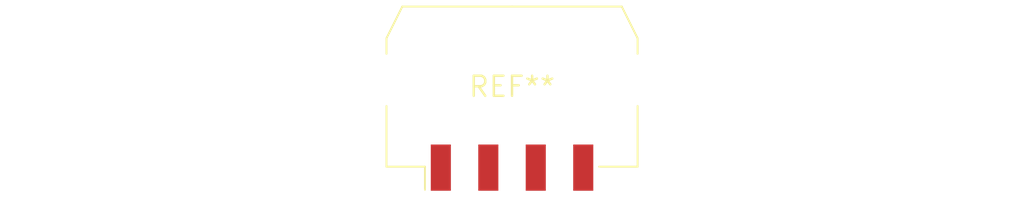
<source format=kicad_pcb>
(kicad_pcb (version 20240108) (generator pcbnew)
  (layers (0 "F.Cu" signal) (31 "B.Cu" signal) (34 "B.Paste" user) (35 "F.Paste" user) (36 "B.SilkS" user "B.Silkscreen") (37 "F.SilkS" user "F.Silkscreen") (38 "B.Mask" user) (39 "F.Mask" user) (44 "Edge.Cuts" user))
  (net 0 "")
  (footprint "Molex_Micro-Fit_3.0_43650-0410_1x04-1MP_P3.00mm_Horizontal" (layer "F.Cu") (at 0 0)
    (property "Reference" "REF**")
    (property "Value" "Molex_Micro-Fit_3.0_43650-0410_1x04-1MP_P3.00mm_Horizontal")
    (fp_line (start -7.935 -3.06) (end -7.935 -2.075) (layer "F.SilkS") (stroke (width 0.12)))
    (fp_line (start -7.935 1.225) (end -7.935 5.06) (layer "F.SilkS") (stroke (width 0.12)))
    (fp_line (start -7.935 5.06) (end -5.505 5.06) (layer "F.SilkS") (stroke (width 0.12)))
    (fp_line (start -6.935 -5.06) (end -7.935 -3.06) (layer "F.SilkS") (stroke (width 0.12)))
    (fp_line (start -5.505 5.06) (end -5.505 6.52) (layer "F.SilkS") (stroke (width 0.12)))
    (fp_line (start 0 -5.06) (end -6.935 -5.06) (layer "F.SilkS") (stroke (width 0.12)))
    (fp_line (start 0 -5.06) (end 6.935 -5.06) (layer "F.SilkS") (stroke (width 0.12)))
    (fp_line (start 6.935 -5.06) (end 7.935 -3.06) (layer "F.SilkS") (stroke (width 0.12)))
    (fp_line (start 7.935 -3.06) (end 7.935 -2.075) (layer "F.SilkS") (stroke (width 0.12)))
    (fp_line (start 7.935 1.225) (end 7.935 5.06) (layer "F.SilkS") (stroke (width 0.12)))
    (fp_line (start 7.935 5.06) (end 5.505 5.06) (layer "F.SilkS") (stroke (width 0.12)))
    (pad "1" smd rect (at -4.5 5.12) (size 1.27 2.92) (layers "F.Cu" "F.Paste" "F.Mask"))
    (pad "2" smd rect (at -1.5 5.12) (size 1.27 2.92) (layers "F.Cu" "F.Paste" "F.Mask"))
    (pad "3" smd rect (at 1.5 5.12) (size 1.27 2.92) (layers "F.Cu" "F.Paste" "F.Mask"))
    (pad "4" smd rect (at 4.5 5.12) (size 1.27 2.92) (layers "F.Cu" "F.Paste" "F.Mask"))
    (pad "MP" thru_hole circle (at -6.65 -0.35) (size 2.71 2.71) (drill 2.41) (layers *.Cu *.Mask) (remove_unused_layers))
    (pad "MP" thru_hole circle (at 6.65 -0.35) (size 2.71 2.71) (drill 2.41) (layers *.Cu *.Mask) (remove_unused_layers))
  )
)
</source>
